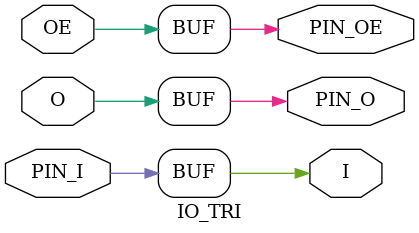
<source format=v>
(* MODES = "DISABLE; INPUT_ONLY; OUTPUT_ONLY; TRISTATE" *)
module IO_TRI (
	OE,
	O,
	I,

	PIN_I,
	PIN_O,
	PIN_OE
);
	input O;
	input OE;
	output I;

	input PIN_I;
	output PIN_O;
	output PIN_OE;

	parameter MODE = "TRISTATE";

	generate
		if (MODE == "INPUT_ONLY") begin
			assign I = PIN_I;
		end
		if (MODE == "OUTPUT_ONLY") begin
			assign PIN_O = O;
		end
		if (MODE == "TRISTATE") begin
			assign I = PIN_I;
			assign PIN_O = O;
			assign PIN_OE = OE;
			/*
			(* blackbox *)
			TRIBUF tribuf(
				.I(I), .O(O), .OE(OE),
				.PIN_I(PIN_I),
				.PIN_O(PIN_O));
			*/
		end
	endgenerate
endmodule

</source>
